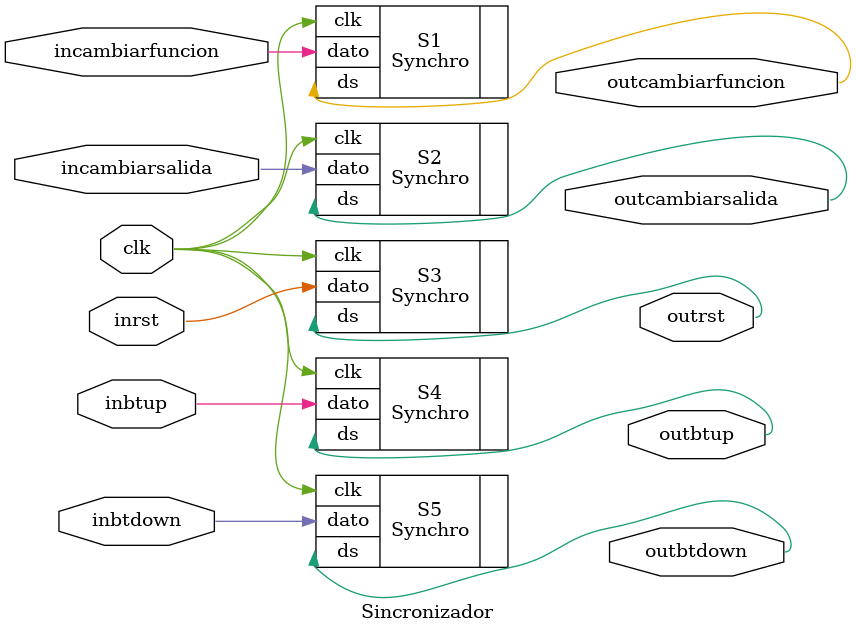
<source format=v>
`timescale 1ns / 1ps
module Sincronizador(incambiarfuncion,incambiarsalida,inrst,inbtup,inbtdown,outcambiarfuncion,outcambiarsalida,outrst,outbtup,outbtdown,clk);
input wire incambiarfuncion,incambiarsalida,inrst,inbtup,inbtdown,clk;
output wire outcambiarfuncion,outcambiarsalida,outbtup,outbtdown,outrst;

Synchro S1 (
    .dato(incambiarfuncion), 
    .clk(clk), 
    .ds(outcambiarfuncion)
    );
	 
Synchro S2 (
    .dato(incambiarsalida), 
    .clk(clk), 
    .ds(outcambiarsalida)
    );
Synchro S3 (
    .dato(inrst), 
    .clk(clk), 
    .ds(outrst) 
    );
Synchro S4 (
    .dato(inbtup), 
    .clk(clk), 
    .ds(outbtup)
    );
Synchro S5 (
    .dato(inbtdown), 
    .clk(clk), 
    .ds(outbtdown)
    );

endmodule

</source>
